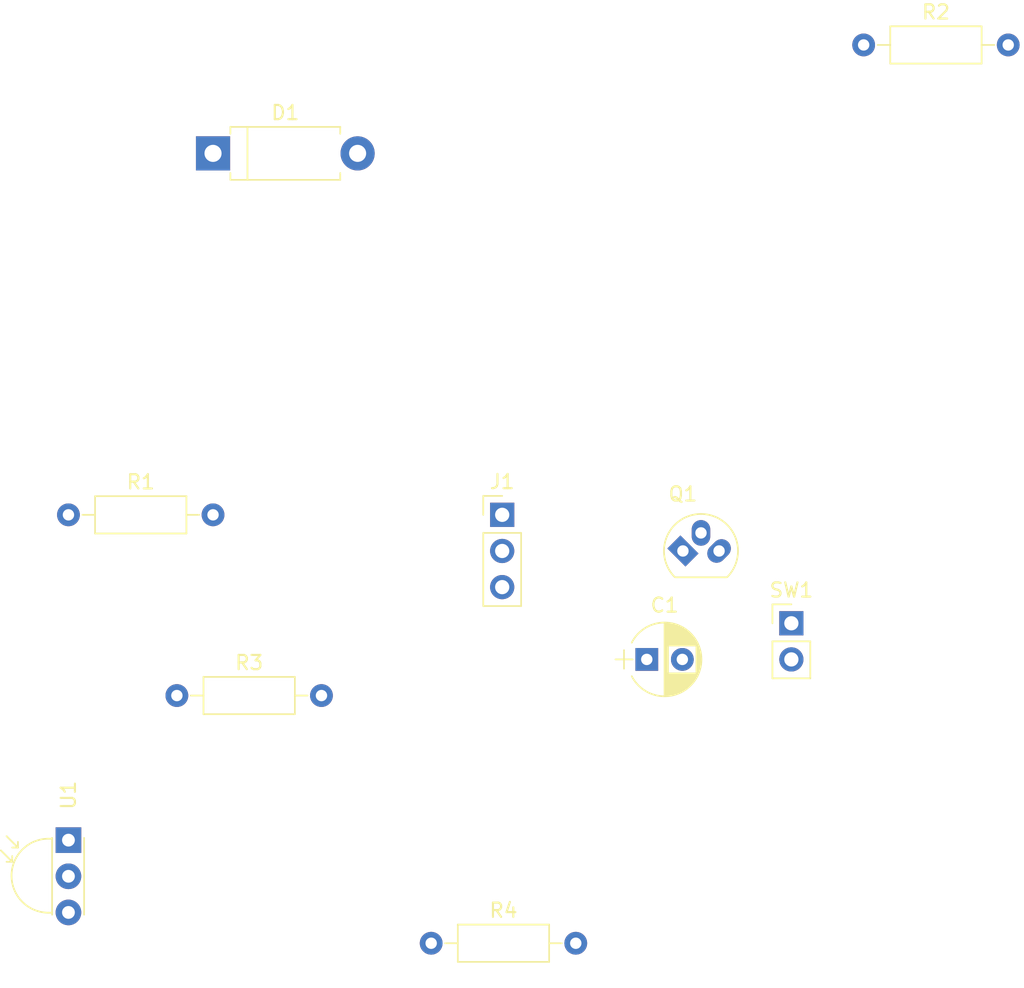
<source format=kicad_pcb>
(kicad_pcb (version 20171130) (host pcbnew "(5.0.1-3-g963ef8bb5)")

  (general
    (thickness 1.6)
    (drawings 0)
    (tracks 0)
    (zones 0)
    (modules 10)
    (nets 9)
  )

  (page A4)
  (layers
    (0 F.Cu signal)
    (31 B.Cu signal)
    (32 B.Adhes user)
    (33 F.Adhes user)
    (34 B.Paste user)
    (35 F.Paste user)
    (36 B.SilkS user)
    (37 F.SilkS user)
    (38 B.Mask user)
    (39 F.Mask user)
    (40 Dwgs.User user)
    (41 Cmts.User user)
    (42 Eco1.User user)
    (43 Eco2.User user)
    (44 Edge.Cuts user)
    (45 Margin user)
    (46 B.CrtYd user)
    (47 F.CrtYd user)
    (48 B.Fab user)
    (49 F.Fab user)
  )

  (setup
    (last_trace_width 0.25)
    (trace_clearance 0.2)
    (zone_clearance 0.508)
    (zone_45_only no)
    (trace_min 0.2)
    (segment_width 0.2)
    (edge_width 0.15)
    (via_size 0.8)
    (via_drill 0.4)
    (via_min_size 0.4)
    (via_min_drill 0.3)
    (uvia_size 0.3)
    (uvia_drill 0.1)
    (uvias_allowed no)
    (uvia_min_size 0.2)
    (uvia_min_drill 0.1)
    (pcb_text_width 0.3)
    (pcb_text_size 1.5 1.5)
    (mod_edge_width 0.15)
    (mod_text_size 1 1)
    (mod_text_width 0.15)
    (pad_size 1.524 1.524)
    (pad_drill 0.762)
    (pad_to_mask_clearance 0.051)
    (solder_mask_min_width 0.25)
    (aux_axis_origin 0 0)
    (visible_elements FFFFFF7F)
    (pcbplotparams
      (layerselection 0x010fc_ffffffff)
      (usegerberextensions false)
      (usegerberattributes false)
      (usegerberadvancedattributes false)
      (creategerberjobfile false)
      (excludeedgelayer true)
      (linewidth 0.100000)
      (plotframeref false)
      (viasonmask false)
      (mode 1)
      (useauxorigin false)
      (hpglpennumber 1)
      (hpglpenspeed 20)
      (hpglpendiameter 15.000000)
      (psnegative false)
      (psa4output false)
      (plotreference true)
      (plotvalue true)
      (plotinvisibletext false)
      (padsonsilk false)
      (subtractmaskfromsilk false)
      (outputformat 1)
      (mirror false)
      (drillshape 1)
      (scaleselection 1)
      (outputdirectory ""))
  )

  (net 0 "")
  (net 1 GND)
  (net 2 +5V)
  (net 3 "Net-(A1-Pad26)")
  (net 4 "Net-(Q1-Pad2)")
  (net 5 "Net-(A1-Pad22)")
  (net 6 "Net-(A1-Pad17)")
  (net 7 "Net-(R3-Pad1)")
  (net 8 "Net-(J1-PadR)")

  (net_class Default "This is the default net class."
    (clearance 0.2)
    (trace_width 0.25)
    (via_dia 0.8)
    (via_drill 0.4)
    (uvia_dia 0.3)
    (uvia_drill 0.1)
    (add_net +5V)
    (add_net GND)
    (add_net "Net-(A1-Pad17)")
    (add_net "Net-(A1-Pad22)")
    (add_net "Net-(A1-Pad26)")
    (add_net "Net-(J1-PadR)")
    (add_net "Net-(Q1-Pad2)")
    (add_net "Net-(R3-Pad1)")
  )

  (module Capacitors_THT:CP_Radial_D5.0mm_P2.50mm (layer F.Cu) (tedit 597BC7C2) (tstamp 5EBA06BA)
    (at 121.92 119.38)
    (descr "CP, Radial series, Radial, pin pitch=2.50mm, , diameter=5mm, Electrolytic Capacitor")
    (tags "CP Radial series Radial pin pitch 2.50mm  diameter 5mm Electrolytic Capacitor")
    (path /5EAB2B71)
    (fp_text reference C1 (at 1.25 -3.81) (layer F.SilkS)
      (effects (font (size 1 1) (thickness 0.15)))
    )
    (fp_text value 4.7u (at 1.25 3.81) (layer F.Fab)
      (effects (font (size 1 1) (thickness 0.15)))
    )
    (fp_text user %R (at 1.25 0) (layer F.Fab)
      (effects (font (size 1 1) (thickness 0.15)))
    )
    (fp_line (start 4.1 -2.85) (end -1.6 -2.85) (layer F.CrtYd) (width 0.05))
    (fp_line (start 4.1 2.85) (end 4.1 -2.85) (layer F.CrtYd) (width 0.05))
    (fp_line (start -1.6 2.85) (end 4.1 2.85) (layer F.CrtYd) (width 0.05))
    (fp_line (start -1.6 -2.85) (end -1.6 2.85) (layer F.CrtYd) (width 0.05))
    (fp_line (start -1.6 -0.65) (end -1.6 0.65) (layer F.SilkS) (width 0.12))
    (fp_line (start -2.2 0) (end -1 0) (layer F.SilkS) (width 0.12))
    (fp_line (start 3.811 -0.354) (end 3.811 0.354) (layer F.SilkS) (width 0.12))
    (fp_line (start 3.771 -0.559) (end 3.771 0.559) (layer F.SilkS) (width 0.12))
    (fp_line (start 3.731 -0.707) (end 3.731 0.707) (layer F.SilkS) (width 0.12))
    (fp_line (start 3.691 -0.829) (end 3.691 0.829) (layer F.SilkS) (width 0.12))
    (fp_line (start 3.651 -0.934) (end 3.651 0.934) (layer F.SilkS) (width 0.12))
    (fp_line (start 3.611 -1.028) (end 3.611 1.028) (layer F.SilkS) (width 0.12))
    (fp_line (start 3.571 -1.112) (end 3.571 1.112) (layer F.SilkS) (width 0.12))
    (fp_line (start 3.531 -1.189) (end 3.531 1.189) (layer F.SilkS) (width 0.12))
    (fp_line (start 3.491 -1.261) (end 3.491 1.261) (layer F.SilkS) (width 0.12))
    (fp_line (start 3.451 0.98) (end 3.451 1.327) (layer F.SilkS) (width 0.12))
    (fp_line (start 3.451 -1.327) (end 3.451 -0.98) (layer F.SilkS) (width 0.12))
    (fp_line (start 3.411 0.98) (end 3.411 1.39) (layer F.SilkS) (width 0.12))
    (fp_line (start 3.411 -1.39) (end 3.411 -0.98) (layer F.SilkS) (width 0.12))
    (fp_line (start 3.371 0.98) (end 3.371 1.448) (layer F.SilkS) (width 0.12))
    (fp_line (start 3.371 -1.448) (end 3.371 -0.98) (layer F.SilkS) (width 0.12))
    (fp_line (start 3.331 0.98) (end 3.331 1.504) (layer F.SilkS) (width 0.12))
    (fp_line (start 3.331 -1.504) (end 3.331 -0.98) (layer F.SilkS) (width 0.12))
    (fp_line (start 3.291 0.98) (end 3.291 1.556) (layer F.SilkS) (width 0.12))
    (fp_line (start 3.291 -1.556) (end 3.291 -0.98) (layer F.SilkS) (width 0.12))
    (fp_line (start 3.251 0.98) (end 3.251 1.606) (layer F.SilkS) (width 0.12))
    (fp_line (start 3.251 -1.606) (end 3.251 -0.98) (layer F.SilkS) (width 0.12))
    (fp_line (start 3.211 0.98) (end 3.211 1.654) (layer F.SilkS) (width 0.12))
    (fp_line (start 3.211 -1.654) (end 3.211 -0.98) (layer F.SilkS) (width 0.12))
    (fp_line (start 3.171 0.98) (end 3.171 1.699) (layer F.SilkS) (width 0.12))
    (fp_line (start 3.171 -1.699) (end 3.171 -0.98) (layer F.SilkS) (width 0.12))
    (fp_line (start 3.131 0.98) (end 3.131 1.742) (layer F.SilkS) (width 0.12))
    (fp_line (start 3.131 -1.742) (end 3.131 -0.98) (layer F.SilkS) (width 0.12))
    (fp_line (start 3.091 0.98) (end 3.091 1.783) (layer F.SilkS) (width 0.12))
    (fp_line (start 3.091 -1.783) (end 3.091 -0.98) (layer F.SilkS) (width 0.12))
    (fp_line (start 3.051 0.98) (end 3.051 1.823) (layer F.SilkS) (width 0.12))
    (fp_line (start 3.051 -1.823) (end 3.051 -0.98) (layer F.SilkS) (width 0.12))
    (fp_line (start 3.011 0.98) (end 3.011 1.861) (layer F.SilkS) (width 0.12))
    (fp_line (start 3.011 -1.861) (end 3.011 -0.98) (layer F.SilkS) (width 0.12))
    (fp_line (start 2.971 0.98) (end 2.971 1.897) (layer F.SilkS) (width 0.12))
    (fp_line (start 2.971 -1.897) (end 2.971 -0.98) (layer F.SilkS) (width 0.12))
    (fp_line (start 2.931 0.98) (end 2.931 1.932) (layer F.SilkS) (width 0.12))
    (fp_line (start 2.931 -1.932) (end 2.931 -0.98) (layer F.SilkS) (width 0.12))
    (fp_line (start 2.891 0.98) (end 2.891 1.965) (layer F.SilkS) (width 0.12))
    (fp_line (start 2.891 -1.965) (end 2.891 -0.98) (layer F.SilkS) (width 0.12))
    (fp_line (start 2.851 0.98) (end 2.851 1.997) (layer F.SilkS) (width 0.12))
    (fp_line (start 2.851 -1.997) (end 2.851 -0.98) (layer F.SilkS) (width 0.12))
    (fp_line (start 2.811 0.98) (end 2.811 2.028) (layer F.SilkS) (width 0.12))
    (fp_line (start 2.811 -2.028) (end 2.811 -0.98) (layer F.SilkS) (width 0.12))
    (fp_line (start 2.771 0.98) (end 2.771 2.058) (layer F.SilkS) (width 0.12))
    (fp_line (start 2.771 -2.058) (end 2.771 -0.98) (layer F.SilkS) (width 0.12))
    (fp_line (start 2.731 0.98) (end 2.731 2.086) (layer F.SilkS) (width 0.12))
    (fp_line (start 2.731 -2.086) (end 2.731 -0.98) (layer F.SilkS) (width 0.12))
    (fp_line (start 2.691 0.98) (end 2.691 2.113) (layer F.SilkS) (width 0.12))
    (fp_line (start 2.691 -2.113) (end 2.691 -0.98) (layer F.SilkS) (width 0.12))
    (fp_line (start 2.651 0.98) (end 2.651 2.14) (layer F.SilkS) (width 0.12))
    (fp_line (start 2.651 -2.14) (end 2.651 -0.98) (layer F.SilkS) (width 0.12))
    (fp_line (start 2.611 0.98) (end 2.611 2.165) (layer F.SilkS) (width 0.12))
    (fp_line (start 2.611 -2.165) (end 2.611 -0.98) (layer F.SilkS) (width 0.12))
    (fp_line (start 2.571 0.98) (end 2.571 2.189) (layer F.SilkS) (width 0.12))
    (fp_line (start 2.571 -2.189) (end 2.571 -0.98) (layer F.SilkS) (width 0.12))
    (fp_line (start 2.531 0.98) (end 2.531 2.212) (layer F.SilkS) (width 0.12))
    (fp_line (start 2.531 -2.212) (end 2.531 -0.98) (layer F.SilkS) (width 0.12))
    (fp_line (start 2.491 0.98) (end 2.491 2.234) (layer F.SilkS) (width 0.12))
    (fp_line (start 2.491 -2.234) (end 2.491 -0.98) (layer F.SilkS) (width 0.12))
    (fp_line (start 2.451 0.98) (end 2.451 2.256) (layer F.SilkS) (width 0.12))
    (fp_line (start 2.451 -2.256) (end 2.451 -0.98) (layer F.SilkS) (width 0.12))
    (fp_line (start 2.411 0.98) (end 2.411 2.276) (layer F.SilkS) (width 0.12))
    (fp_line (start 2.411 -2.276) (end 2.411 -0.98) (layer F.SilkS) (width 0.12))
    (fp_line (start 2.371 0.98) (end 2.371 2.296) (layer F.SilkS) (width 0.12))
    (fp_line (start 2.371 -2.296) (end 2.371 -0.98) (layer F.SilkS) (width 0.12))
    (fp_line (start 2.331 0.98) (end 2.331 2.315) (layer F.SilkS) (width 0.12))
    (fp_line (start 2.331 -2.315) (end 2.331 -0.98) (layer F.SilkS) (width 0.12))
    (fp_line (start 2.291 0.98) (end 2.291 2.333) (layer F.SilkS) (width 0.12))
    (fp_line (start 2.291 -2.333) (end 2.291 -0.98) (layer F.SilkS) (width 0.12))
    (fp_line (start 2.251 0.98) (end 2.251 2.35) (layer F.SilkS) (width 0.12))
    (fp_line (start 2.251 -2.35) (end 2.251 -0.98) (layer F.SilkS) (width 0.12))
    (fp_line (start 2.211 0.98) (end 2.211 2.366) (layer F.SilkS) (width 0.12))
    (fp_line (start 2.211 -2.366) (end 2.211 -0.98) (layer F.SilkS) (width 0.12))
    (fp_line (start 2.171 0.98) (end 2.171 2.382) (layer F.SilkS) (width 0.12))
    (fp_line (start 2.171 -2.382) (end 2.171 -0.98) (layer F.SilkS) (width 0.12))
    (fp_line (start 2.131 0.98) (end 2.131 2.396) (layer F.SilkS) (width 0.12))
    (fp_line (start 2.131 -2.396) (end 2.131 -0.98) (layer F.SilkS) (width 0.12))
    (fp_line (start 2.091 0.98) (end 2.091 2.41) (layer F.SilkS) (width 0.12))
    (fp_line (start 2.091 -2.41) (end 2.091 -0.98) (layer F.SilkS) (width 0.12))
    (fp_line (start 2.051 0.98) (end 2.051 2.424) (layer F.SilkS) (width 0.12))
    (fp_line (start 2.051 -2.424) (end 2.051 -0.98) (layer F.SilkS) (width 0.12))
    (fp_line (start 2.011 0.98) (end 2.011 2.436) (layer F.SilkS) (width 0.12))
    (fp_line (start 2.011 -2.436) (end 2.011 -0.98) (layer F.SilkS) (width 0.12))
    (fp_line (start 1.971 0.98) (end 1.971 2.448) (layer F.SilkS) (width 0.12))
    (fp_line (start 1.971 -2.448) (end 1.971 -0.98) (layer F.SilkS) (width 0.12))
    (fp_line (start 1.93 0.98) (end 1.93 2.46) (layer F.SilkS) (width 0.12))
    (fp_line (start 1.93 -2.46) (end 1.93 -0.98) (layer F.SilkS) (width 0.12))
    (fp_line (start 1.89 0.98) (end 1.89 2.47) (layer F.SilkS) (width 0.12))
    (fp_line (start 1.89 -2.47) (end 1.89 -0.98) (layer F.SilkS) (width 0.12))
    (fp_line (start 1.85 0.98) (end 1.85 2.48) (layer F.SilkS) (width 0.12))
    (fp_line (start 1.85 -2.48) (end 1.85 -0.98) (layer F.SilkS) (width 0.12))
    (fp_line (start 1.81 0.98) (end 1.81 2.489) (layer F.SilkS) (width 0.12))
    (fp_line (start 1.81 -2.489) (end 1.81 -0.98) (layer F.SilkS) (width 0.12))
    (fp_line (start 1.77 0.98) (end 1.77 2.498) (layer F.SilkS) (width 0.12))
    (fp_line (start 1.77 -2.498) (end 1.77 -0.98) (layer F.SilkS) (width 0.12))
    (fp_line (start 1.73 0.98) (end 1.73 2.506) (layer F.SilkS) (width 0.12))
    (fp_line (start 1.73 -2.506) (end 1.73 -0.98) (layer F.SilkS) (width 0.12))
    (fp_line (start 1.69 0.98) (end 1.69 2.513) (layer F.SilkS) (width 0.12))
    (fp_line (start 1.69 -2.513) (end 1.69 -0.98) (layer F.SilkS) (width 0.12))
    (fp_line (start 1.65 0.98) (end 1.65 2.519) (layer F.SilkS) (width 0.12))
    (fp_line (start 1.65 -2.519) (end 1.65 -0.98) (layer F.SilkS) (width 0.12))
    (fp_line (start 1.61 0.98) (end 1.61 2.525) (layer F.SilkS) (width 0.12))
    (fp_line (start 1.61 -2.525) (end 1.61 -0.98) (layer F.SilkS) (width 0.12))
    (fp_line (start 1.57 0.98) (end 1.57 2.531) (layer F.SilkS) (width 0.12))
    (fp_line (start 1.57 -2.531) (end 1.57 -0.98) (layer F.SilkS) (width 0.12))
    (fp_line (start 1.53 0.98) (end 1.53 2.535) (layer F.SilkS) (width 0.12))
    (fp_line (start 1.53 -2.535) (end 1.53 -0.98) (layer F.SilkS) (width 0.12))
    (fp_line (start 1.49 -2.539) (end 1.49 2.539) (layer F.SilkS) (width 0.12))
    (fp_line (start 1.45 -2.543) (end 1.45 2.543) (layer F.SilkS) (width 0.12))
    (fp_line (start 1.41 -2.546) (end 1.41 2.546) (layer F.SilkS) (width 0.12))
    (fp_line (start 1.37 -2.548) (end 1.37 2.548) (layer F.SilkS) (width 0.12))
    (fp_line (start 1.33 -2.549) (end 1.33 2.549) (layer F.SilkS) (width 0.12))
    (fp_line (start 1.29 -2.55) (end 1.29 2.55) (layer F.SilkS) (width 0.12))
    (fp_line (start 1.25 -2.55) (end 1.25 2.55) (layer F.SilkS) (width 0.12))
    (fp_line (start -1.6 -0.65) (end -1.6 0.65) (layer F.Fab) (width 0.1))
    (fp_line (start -2.2 0) (end -1 0) (layer F.Fab) (width 0.1))
    (fp_circle (center 1.25 0) (end 3.75 0) (layer F.Fab) (width 0.1))
    (fp_arc (start 1.25 0) (end 3.55558 -1.18) (angle 54.2) (layer F.SilkS) (width 0.12))
    (fp_arc (start 1.25 0) (end -1.05558 1.18) (angle -125.8) (layer F.SilkS) (width 0.12))
    (fp_arc (start 1.25 0) (end -1.05558 -1.18) (angle 125.8) (layer F.SilkS) (width 0.12))
    (pad 2 thru_hole circle (at 2.5 0) (size 1.6 1.6) (drill 0.8) (layers *.Cu *.Mask)
      (net 1 GND))
    (pad 1 thru_hole rect (at 0 0) (size 1.6 1.6) (drill 0.8) (layers *.Cu *.Mask)
      (net 2 +5V))
    (model ${KISYS3DMOD}/Capacitors_THT.3dshapes/CP_Radial_D5.0mm_P2.50mm.wrl
      (at (xyz 0 0 0))
      (scale (xyz 1 1 1))
      (rotate (xyz 0 0 0))
    )
  )

  (module Diodes_THT:D_DO-15_P10.16mm_Horizontal (layer F.Cu) (tedit 5921392E) (tstamp 5EBA06D3)
    (at 91.44 83.82)
    (descr "D, DO-15 series, Axial, Horizontal, pin pitch=10.16mm, , length*diameter=7.6*3.6mm^2, , http://www.diodes.com/_files/packages/DO-15.pdf")
    (tags "D DO-15 series Axial Horizontal pin pitch 10.16mm  length 7.6mm diameter 3.6mm")
    (path /5EAB401F)
    (fp_text reference D1 (at 5.08 -2.86) (layer F.SilkS)
      (effects (font (size 1 1) (thickness 0.15)))
    )
    (fp_text value "5.1v Zener" (at 5.08 2.86) (layer F.Fab)
      (effects (font (size 1 1) (thickness 0.15)))
    )
    (fp_line (start 11.65 -2.15) (end -1.45 -2.15) (layer F.CrtYd) (width 0.05))
    (fp_line (start 11.65 2.15) (end 11.65 -2.15) (layer F.CrtYd) (width 0.05))
    (fp_line (start -1.45 2.15) (end 11.65 2.15) (layer F.CrtYd) (width 0.05))
    (fp_line (start -1.45 -2.15) (end -1.45 2.15) (layer F.CrtYd) (width 0.05))
    (fp_line (start 2.42 -1.86) (end 2.42 1.86) (layer F.SilkS) (width 0.12))
    (fp_line (start 8.94 1.86) (end 8.94 1.38) (layer F.SilkS) (width 0.12))
    (fp_line (start 1.22 1.86) (end 8.94 1.86) (layer F.SilkS) (width 0.12))
    (fp_line (start 1.22 1.38) (end 1.22 1.86) (layer F.SilkS) (width 0.12))
    (fp_line (start 8.94 -1.86) (end 8.94 -1.38) (layer F.SilkS) (width 0.12))
    (fp_line (start 1.22 -1.86) (end 8.94 -1.86) (layer F.SilkS) (width 0.12))
    (fp_line (start 1.22 -1.38) (end 1.22 -1.86) (layer F.SilkS) (width 0.12))
    (fp_line (start 2.42 -1.8) (end 2.42 1.8) (layer F.Fab) (width 0.1))
    (fp_line (start 10.16 0) (end 8.88 0) (layer F.Fab) (width 0.1))
    (fp_line (start 0 0) (end 1.28 0) (layer F.Fab) (width 0.1))
    (fp_line (start 8.88 -1.8) (end 1.28 -1.8) (layer F.Fab) (width 0.1))
    (fp_line (start 8.88 1.8) (end 8.88 -1.8) (layer F.Fab) (width 0.1))
    (fp_line (start 1.28 1.8) (end 8.88 1.8) (layer F.Fab) (width 0.1))
    (fp_line (start 1.28 -1.8) (end 1.28 1.8) (layer F.Fab) (width 0.1))
    (fp_text user %R (at 5.08 0) (layer F.Fab)
      (effects (font (size 1 1) (thickness 0.15)))
    )
    (pad 2 thru_hole oval (at 10.16 0) (size 2.4 2.4) (drill 1.2) (layers *.Cu *.Mask)
      (net 1 GND))
    (pad 1 thru_hole rect (at 0 0) (size 2.4 2.4) (drill 1.2) (layers *.Cu *.Mask)
      (net 3 "Net-(A1-Pad26)"))
    (model ${KISYS3DMOD}/Diodes_THT.3dshapes/D_DO-15_P10.16mm_Horizontal.wrl
      (at (xyz 0 0 0))
      (scale (xyz 0.393701 0.393701 0.393701))
      (rotate (xyz 0 0 0))
    )
  )

  (module Connector_PinHeader_2.54mm:PinHeader_1x03_P2.54mm_Vertical (layer F.Cu) (tedit 59FED5CC) (tstamp 5EBA06EA)
    (at 111.76 109.22)
    (descr "Through hole straight pin header, 1x03, 2.54mm pitch, single row")
    (tags "Through hole pin header THT 1x03 2.54mm single row")
    (path /5EAB3C63)
    (fp_text reference J1 (at 0 -2.33) (layer F.SilkS)
      (effects (font (size 1 1) (thickness 0.15)))
    )
    (fp_text value "2.5mm jack/plug" (at 0 7.41) (layer F.Fab)
      (effects (font (size 1 1) (thickness 0.15)))
    )
    (fp_line (start -0.635 -1.27) (end 1.27 -1.27) (layer F.Fab) (width 0.1))
    (fp_line (start 1.27 -1.27) (end 1.27 6.35) (layer F.Fab) (width 0.1))
    (fp_line (start 1.27 6.35) (end -1.27 6.35) (layer F.Fab) (width 0.1))
    (fp_line (start -1.27 6.35) (end -1.27 -0.635) (layer F.Fab) (width 0.1))
    (fp_line (start -1.27 -0.635) (end -0.635 -1.27) (layer F.Fab) (width 0.1))
    (fp_line (start -1.33 6.41) (end 1.33 6.41) (layer F.SilkS) (width 0.12))
    (fp_line (start -1.33 1.27) (end -1.33 6.41) (layer F.SilkS) (width 0.12))
    (fp_line (start 1.33 1.27) (end 1.33 6.41) (layer F.SilkS) (width 0.12))
    (fp_line (start -1.33 1.27) (end 1.33 1.27) (layer F.SilkS) (width 0.12))
    (fp_line (start -1.33 0) (end -1.33 -1.33) (layer F.SilkS) (width 0.12))
    (fp_line (start -1.33 -1.33) (end 0 -1.33) (layer F.SilkS) (width 0.12))
    (fp_line (start -1.8 -1.8) (end -1.8 6.85) (layer F.CrtYd) (width 0.05))
    (fp_line (start -1.8 6.85) (end 1.8 6.85) (layer F.CrtYd) (width 0.05))
    (fp_line (start 1.8 6.85) (end 1.8 -1.8) (layer F.CrtYd) (width 0.05))
    (fp_line (start 1.8 -1.8) (end -1.8 -1.8) (layer F.CrtYd) (width 0.05))
    (fp_text user %R (at 0 2.54 90) (layer F.Fab)
      (effects (font (size 1 1) (thickness 0.15)))
    )
    (pad 1 thru_hole rect (at 0 0) (size 1.7 1.7) (drill 1) (layers *.Cu *.Mask))
    (pad 2 thru_hole oval (at 0 2.54) (size 1.7 1.7) (drill 1) (layers *.Cu *.Mask))
    (pad 3 thru_hole oval (at 0 5.08) (size 1.7 1.7) (drill 1) (layers *.Cu *.Mask))
    (model ${KISYS3DMOD}/Connector_PinHeader_2.54mm.3dshapes/PinHeader_1x03_P2.54mm_Vertical.wrl
      (at (xyz 0 0 0))
      (scale (xyz 1 1 1))
      (rotate (xyz 0 0 0))
    )
  )

  (module TO_SOT_Packages_THT:TO-92_Molded_Narrow_Oval (layer F.Cu) (tedit 58CE52AF) (tstamp 5EBA06FC)
    (at 124.46 111.76)
    (descr "TO-92 leads molded, narrow, oval pads, drill 0.8mm (see NXP sot054_po.pdf)")
    (tags "to-92 sc-43 sc-43a sot54 PA33 transistor")
    (path /5EB57DBB)
    (fp_text reference Q1 (at 0 -4) (layer F.SilkS)
      (effects (font (size 1 1) (thickness 0.15)))
    )
    (fp_text value 2N3904/BC547 (at 0 3 180) (layer F.Fab)
      (effects (font (size 1 1) (thickness 0.15)))
    )
    (fp_arc (start 1.27 0) (end 1.27 -2.6) (angle 135) (layer F.SilkS) (width 0.12))
    (fp_arc (start 1.27 0) (end 1.27 -2.48) (angle -135) (layer F.Fab) (width 0.1))
    (fp_arc (start 1.27 0) (end 1.27 -2.6) (angle -135) (layer F.SilkS) (width 0.12))
    (fp_arc (start 1.27 0) (end 1.27 -2.48) (angle 135) (layer F.Fab) (width 0.1))
    (fp_line (start 4 2.01) (end -1.46 2.01) (layer F.CrtYd) (width 0.05))
    (fp_line (start 4 2.01) (end 4 -2.73) (layer F.CrtYd) (width 0.05))
    (fp_line (start -1.46 -2.73) (end -1.46 2.01) (layer F.CrtYd) (width 0.05))
    (fp_line (start -1.46 -2.73) (end 4 -2.73) (layer F.CrtYd) (width 0.05))
    (fp_line (start -0.5 1.75) (end 3 1.75) (layer F.Fab) (width 0.1))
    (fp_line (start -0.53 1.85) (end 3.07 1.85) (layer F.SilkS) (width 0.12))
    (fp_text user %R (at 0 -4) (layer F.Fab)
      (effects (font (size 1 1) (thickness 0.15)))
    )
    (pad 3 thru_hole oval (at 2.54 0 45) (size 1.8 1.3) (drill 0.8) (layers *.Cu *.Mask)
      (net 3 "Net-(A1-Pad26)"))
    (pad 1 thru_hole rect (at 0 0 45) (size 1.3 1.8) (drill 0.8) (layers *.Cu *.Mask)
      (net 1 GND))
    (pad 2 thru_hole oval (at 1.27 -1.27 90) (size 1.8 1.3) (drill 0.8) (layers *.Cu *.Mask)
      (net 4 "Net-(Q1-Pad2)"))
    (model ${KISYS3DMOD}/TO_SOT_Packages_THT.3dshapes/TO-92_Molded_Narrow_Oval.wrl
      (offset (xyz 1.269999980926514 0 0))
      (scale (xyz 1 1 1))
      (rotate (xyz 0 0 -90))
    )
  )

  (module Resistors_THT:R_Axial_DIN0207_L6.3mm_D2.5mm_P10.16mm_Horizontal (layer F.Cu) (tedit 5874F706) (tstamp 5EBA0712)
    (at 81.28 109.22)
    (descr "Resistor, Axial_DIN0207 series, Axial, Horizontal, pin pitch=10.16mm, 0.25W = 1/4W, length*diameter=6.3*2.5mm^2, http://cdn-reichelt.de/documents/datenblatt/B400/1_4W%23YAG.pdf")
    (tags "Resistor Axial_DIN0207 series Axial Horizontal pin pitch 10.16mm 0.25W = 1/4W length 6.3mm diameter 2.5mm")
    (path /5EAB2AB3)
    (fp_text reference R1 (at 5.08 -2.31) (layer F.SilkS)
      (effects (font (size 1 1) (thickness 0.15)))
    )
    (fp_text value 4k7 (at 5.08 2.31) (layer F.Fab)
      (effects (font (size 1 1) (thickness 0.15)))
    )
    (fp_line (start 11.25 -1.6) (end -1.05 -1.6) (layer F.CrtYd) (width 0.05))
    (fp_line (start 11.25 1.6) (end 11.25 -1.6) (layer F.CrtYd) (width 0.05))
    (fp_line (start -1.05 1.6) (end 11.25 1.6) (layer F.CrtYd) (width 0.05))
    (fp_line (start -1.05 -1.6) (end -1.05 1.6) (layer F.CrtYd) (width 0.05))
    (fp_line (start 9.18 0) (end 8.29 0) (layer F.SilkS) (width 0.12))
    (fp_line (start 0.98 0) (end 1.87 0) (layer F.SilkS) (width 0.12))
    (fp_line (start 8.29 -1.31) (end 1.87 -1.31) (layer F.SilkS) (width 0.12))
    (fp_line (start 8.29 1.31) (end 8.29 -1.31) (layer F.SilkS) (width 0.12))
    (fp_line (start 1.87 1.31) (end 8.29 1.31) (layer F.SilkS) (width 0.12))
    (fp_line (start 1.87 -1.31) (end 1.87 1.31) (layer F.SilkS) (width 0.12))
    (fp_line (start 10.16 0) (end 8.23 0) (layer F.Fab) (width 0.1))
    (fp_line (start 0 0) (end 1.93 0) (layer F.Fab) (width 0.1))
    (fp_line (start 8.23 -1.25) (end 1.93 -1.25) (layer F.Fab) (width 0.1))
    (fp_line (start 8.23 1.25) (end 8.23 -1.25) (layer F.Fab) (width 0.1))
    (fp_line (start 1.93 1.25) (end 8.23 1.25) (layer F.Fab) (width 0.1))
    (fp_line (start 1.93 -1.25) (end 1.93 1.25) (layer F.Fab) (width 0.1))
    (pad 2 thru_hole oval (at 10.16 0) (size 1.6 1.6) (drill 0.8) (layers *.Cu *.Mask)
      (net 3 "Net-(A1-Pad26)"))
    (pad 1 thru_hole circle (at 0 0) (size 1.6 1.6) (drill 0.8) (layers *.Cu *.Mask)
      (net 2 +5V))
    (model ${KISYS3DMOD}/Resistors_THT.3dshapes/R_Axial_DIN0207_L6.3mm_D2.5mm_P10.16mm_Horizontal.wrl
      (at (xyz 0 0 0))
      (scale (xyz 0.393701 0.393701 0.393701))
      (rotate (xyz 0 0 0))
    )
  )

  (module Resistors_THT:R_Axial_DIN0207_L6.3mm_D2.5mm_P10.16mm_Horizontal (layer F.Cu) (tedit 5874F706) (tstamp 5EBA0728)
    (at 137.16 76.2)
    (descr "Resistor, Axial_DIN0207 series, Axial, Horizontal, pin pitch=10.16mm, 0.25W = 1/4W, length*diameter=6.3*2.5mm^2, http://cdn-reichelt.de/documents/datenblatt/B400/1_4W%23YAG.pdf")
    (tags "Resistor Axial_DIN0207 series Axial Horizontal pin pitch 10.16mm 0.25W = 1/4W length 6.3mm diameter 2.5mm")
    (path /5EAB683D)
    (fp_text reference R2 (at 5.08 -2.31) (layer F.SilkS)
      (effects (font (size 1 1) (thickness 0.15)))
    )
    (fp_text value 5k6 (at 5.08 2.31) (layer F.Fab)
      (effects (font (size 1 1) (thickness 0.15)))
    )
    (fp_line (start 1.93 -1.25) (end 1.93 1.25) (layer F.Fab) (width 0.1))
    (fp_line (start 1.93 1.25) (end 8.23 1.25) (layer F.Fab) (width 0.1))
    (fp_line (start 8.23 1.25) (end 8.23 -1.25) (layer F.Fab) (width 0.1))
    (fp_line (start 8.23 -1.25) (end 1.93 -1.25) (layer F.Fab) (width 0.1))
    (fp_line (start 0 0) (end 1.93 0) (layer F.Fab) (width 0.1))
    (fp_line (start 10.16 0) (end 8.23 0) (layer F.Fab) (width 0.1))
    (fp_line (start 1.87 -1.31) (end 1.87 1.31) (layer F.SilkS) (width 0.12))
    (fp_line (start 1.87 1.31) (end 8.29 1.31) (layer F.SilkS) (width 0.12))
    (fp_line (start 8.29 1.31) (end 8.29 -1.31) (layer F.SilkS) (width 0.12))
    (fp_line (start 8.29 -1.31) (end 1.87 -1.31) (layer F.SilkS) (width 0.12))
    (fp_line (start 0.98 0) (end 1.87 0) (layer F.SilkS) (width 0.12))
    (fp_line (start 9.18 0) (end 8.29 0) (layer F.SilkS) (width 0.12))
    (fp_line (start -1.05 -1.6) (end -1.05 1.6) (layer F.CrtYd) (width 0.05))
    (fp_line (start -1.05 1.6) (end 11.25 1.6) (layer F.CrtYd) (width 0.05))
    (fp_line (start 11.25 1.6) (end 11.25 -1.6) (layer F.CrtYd) (width 0.05))
    (fp_line (start 11.25 -1.6) (end -1.05 -1.6) (layer F.CrtYd) (width 0.05))
    (pad 1 thru_hole circle (at 0 0) (size 1.6 1.6) (drill 0.8) (layers *.Cu *.Mask)
      (net 4 "Net-(Q1-Pad2)"))
    (pad 2 thru_hole oval (at 10.16 0) (size 1.6 1.6) (drill 0.8) (layers *.Cu *.Mask)
      (net 5 "Net-(A1-Pad22)"))
    (model ${KISYS3DMOD}/Resistors_THT.3dshapes/R_Axial_DIN0207_L6.3mm_D2.5mm_P10.16mm_Horizontal.wrl
      (at (xyz 0 0 0))
      (scale (xyz 0.393701 0.393701 0.393701))
      (rotate (xyz 0 0 0))
    )
  )

  (module Resistors_THT:R_Axial_DIN0207_L6.3mm_D2.5mm_P10.16mm_Horizontal (layer F.Cu) (tedit 5874F706) (tstamp 5EBA073E)
    (at 88.9 121.92)
    (descr "Resistor, Axial_DIN0207 series, Axial, Horizontal, pin pitch=10.16mm, 0.25W = 1/4W, length*diameter=6.3*2.5mm^2, http://cdn-reichelt.de/documents/datenblatt/B400/1_4W%23YAG.pdf")
    (tags "Resistor Axial_DIN0207 series Axial Horizontal pin pitch 10.16mm 0.25W = 1/4W length 6.3mm diameter 2.5mm")
    (path /5EAC1654)
    (fp_text reference R3 (at 5.08 -2.31) (layer F.SilkS)
      (effects (font (size 1 1) (thickness 0.15)))
    )
    (fp_text value 100R (at 5.08 2.31) (layer F.Fab)
      (effects (font (size 1 1) (thickness 0.15)))
    )
    (fp_line (start 11.25 -1.6) (end -1.05 -1.6) (layer F.CrtYd) (width 0.05))
    (fp_line (start 11.25 1.6) (end 11.25 -1.6) (layer F.CrtYd) (width 0.05))
    (fp_line (start -1.05 1.6) (end 11.25 1.6) (layer F.CrtYd) (width 0.05))
    (fp_line (start -1.05 -1.6) (end -1.05 1.6) (layer F.CrtYd) (width 0.05))
    (fp_line (start 9.18 0) (end 8.29 0) (layer F.SilkS) (width 0.12))
    (fp_line (start 0.98 0) (end 1.87 0) (layer F.SilkS) (width 0.12))
    (fp_line (start 8.29 -1.31) (end 1.87 -1.31) (layer F.SilkS) (width 0.12))
    (fp_line (start 8.29 1.31) (end 8.29 -1.31) (layer F.SilkS) (width 0.12))
    (fp_line (start 1.87 1.31) (end 8.29 1.31) (layer F.SilkS) (width 0.12))
    (fp_line (start 1.87 -1.31) (end 1.87 1.31) (layer F.SilkS) (width 0.12))
    (fp_line (start 10.16 0) (end 8.23 0) (layer F.Fab) (width 0.1))
    (fp_line (start 0 0) (end 1.93 0) (layer F.Fab) (width 0.1))
    (fp_line (start 8.23 -1.25) (end 1.93 -1.25) (layer F.Fab) (width 0.1))
    (fp_line (start 8.23 1.25) (end 8.23 -1.25) (layer F.Fab) (width 0.1))
    (fp_line (start 1.93 1.25) (end 8.23 1.25) (layer F.Fab) (width 0.1))
    (fp_line (start 1.93 -1.25) (end 1.93 1.25) (layer F.Fab) (width 0.1))
    (pad 2 thru_hole oval (at 10.16 0) (size 1.6 1.6) (drill 0.8) (layers *.Cu *.Mask)
      (net 6 "Net-(A1-Pad17)"))
    (pad 1 thru_hole circle (at 0 0) (size 1.6 1.6) (drill 0.8) (layers *.Cu *.Mask)
      (net 7 "Net-(R3-Pad1)"))
    (model ${KISYS3DMOD}/Resistors_THT.3dshapes/R_Axial_DIN0207_L6.3mm_D2.5mm_P10.16mm_Horizontal.wrl
      (at (xyz 0 0 0))
      (scale (xyz 0.393701 0.393701 0.393701))
      (rotate (xyz 0 0 0))
    )
  )

  (module Resistors_THT:R_Axial_DIN0207_L6.3mm_D2.5mm_P10.16mm_Horizontal (layer F.Cu) (tedit 5874F706) (tstamp 5EBA0754)
    (at 106.770001 139.325001)
    (descr "Resistor, Axial_DIN0207 series, Axial, Horizontal, pin pitch=10.16mm, 0.25W = 1/4W, length*diameter=6.3*2.5mm^2, http://cdn-reichelt.de/documents/datenblatt/B400/1_4W%23YAG.pdf")
    (tags "Resistor Axial_DIN0207 series Axial Horizontal pin pitch 10.16mm 0.25W = 1/4W length 6.3mm diameter 2.5mm")
    (path /5EAC5505)
    (fp_text reference R4 (at 5.08 -2.31) (layer F.SilkS)
      (effects (font (size 1 1) (thickness 0.15)))
    )
    (fp_text value 12k (at 5.08 2.31) (layer F.Fab)
      (effects (font (size 1 1) (thickness 0.15)))
    )
    (fp_line (start 1.93 -1.25) (end 1.93 1.25) (layer F.Fab) (width 0.1))
    (fp_line (start 1.93 1.25) (end 8.23 1.25) (layer F.Fab) (width 0.1))
    (fp_line (start 8.23 1.25) (end 8.23 -1.25) (layer F.Fab) (width 0.1))
    (fp_line (start 8.23 -1.25) (end 1.93 -1.25) (layer F.Fab) (width 0.1))
    (fp_line (start 0 0) (end 1.93 0) (layer F.Fab) (width 0.1))
    (fp_line (start 10.16 0) (end 8.23 0) (layer F.Fab) (width 0.1))
    (fp_line (start 1.87 -1.31) (end 1.87 1.31) (layer F.SilkS) (width 0.12))
    (fp_line (start 1.87 1.31) (end 8.29 1.31) (layer F.SilkS) (width 0.12))
    (fp_line (start 8.29 1.31) (end 8.29 -1.31) (layer F.SilkS) (width 0.12))
    (fp_line (start 8.29 -1.31) (end 1.87 -1.31) (layer F.SilkS) (width 0.12))
    (fp_line (start 0.98 0) (end 1.87 0) (layer F.SilkS) (width 0.12))
    (fp_line (start 9.18 0) (end 8.29 0) (layer F.SilkS) (width 0.12))
    (fp_line (start -1.05 -1.6) (end -1.05 1.6) (layer F.CrtYd) (width 0.05))
    (fp_line (start -1.05 1.6) (end 11.25 1.6) (layer F.CrtYd) (width 0.05))
    (fp_line (start 11.25 1.6) (end 11.25 -1.6) (layer F.CrtYd) (width 0.05))
    (fp_line (start 11.25 -1.6) (end -1.05 -1.6) (layer F.CrtYd) (width 0.05))
    (pad 1 thru_hole circle (at 0 0) (size 1.6 1.6) (drill 0.8) (layers *.Cu *.Mask)
      (net 7 "Net-(R3-Pad1)"))
    (pad 2 thru_hole oval (at 10.16 0) (size 1.6 1.6) (drill 0.8) (layers *.Cu *.Mask)
      (net 2 +5V))
    (model ${KISYS3DMOD}/Resistors_THT.3dshapes/R_Axial_DIN0207_L6.3mm_D2.5mm_P10.16mm_Horizontal.wrl
      (at (xyz 0 0 0))
      (scale (xyz 0.393701 0.393701 0.393701))
      (rotate (xyz 0 0 0))
    )
  )

  (module Connector_PinHeader_2.54mm:PinHeader_1x02_P2.54mm_Vertical (layer F.Cu) (tedit 59FED5CC) (tstamp 5EBA076A)
    (at 132.08 116.84)
    (descr "Through hole straight pin header, 1x02, 2.54mm pitch, single row")
    (tags "Through hole pin header THT 1x02 2.54mm single row")
    (path /5EAB35F3)
    (fp_text reference SW1 (at 0 -2.33) (layer F.SilkS)
      (effects (font (size 1 1) (thickness 0.15)))
    )
    (fp_text value SW_SPST (at 0 4.87) (layer F.Fab)
      (effects (font (size 1 1) (thickness 0.15)))
    )
    (fp_line (start -0.635 -1.27) (end 1.27 -1.27) (layer F.Fab) (width 0.1))
    (fp_line (start 1.27 -1.27) (end 1.27 3.81) (layer F.Fab) (width 0.1))
    (fp_line (start 1.27 3.81) (end -1.27 3.81) (layer F.Fab) (width 0.1))
    (fp_line (start -1.27 3.81) (end -1.27 -0.635) (layer F.Fab) (width 0.1))
    (fp_line (start -1.27 -0.635) (end -0.635 -1.27) (layer F.Fab) (width 0.1))
    (fp_line (start -1.33 3.87) (end 1.33 3.87) (layer F.SilkS) (width 0.12))
    (fp_line (start -1.33 1.27) (end -1.33 3.87) (layer F.SilkS) (width 0.12))
    (fp_line (start 1.33 1.27) (end 1.33 3.87) (layer F.SilkS) (width 0.12))
    (fp_line (start -1.33 1.27) (end 1.33 1.27) (layer F.SilkS) (width 0.12))
    (fp_line (start -1.33 0) (end -1.33 -1.33) (layer F.SilkS) (width 0.12))
    (fp_line (start -1.33 -1.33) (end 0 -1.33) (layer F.SilkS) (width 0.12))
    (fp_line (start -1.8 -1.8) (end -1.8 4.35) (layer F.CrtYd) (width 0.05))
    (fp_line (start -1.8 4.35) (end 1.8 4.35) (layer F.CrtYd) (width 0.05))
    (fp_line (start 1.8 4.35) (end 1.8 -1.8) (layer F.CrtYd) (width 0.05))
    (fp_line (start 1.8 -1.8) (end -1.8 -1.8) (layer F.CrtYd) (width 0.05))
    (fp_text user %R (at 0 1.27 90) (layer F.Fab)
      (effects (font (size 1 1) (thickness 0.15)))
    )
    (pad 1 thru_hole rect (at 0 0) (size 1.7 1.7) (drill 1) (layers *.Cu *.Mask)
      (net 8 "Net-(J1-PadR)"))
    (pad 2 thru_hole oval (at 0 2.54) (size 1.7 1.7) (drill 1) (layers *.Cu *.Mask)
      (net 2 +5V))
    (model ${KISYS3DMOD}/Connector_PinHeader_2.54mm.3dshapes/PinHeader_1x02_P2.54mm_Vertical.wrl
      (at (xyz 0 0 0))
      (scale (xyz 1 1 1))
      (rotate (xyz 0 0 0))
    )
  )

  (module Opto-Devices:IRReceiver_Vishay_MINIMOLD-3pin (layer F.Cu) (tedit 588BD6F9) (tstamp 5EBA078B)
    (at 81.28 132.08 270)
    (descr "IR Receiver Vishay TSOP-xxxx, MINIMOLD package")
    (tags "IR Receiver Vishay TSOP-xxxx MINIMOLD")
    (path /5EAB2912)
    (fp_text reference U1 (at -3.16 0 90) (layer F.SilkS)
      (effects (font (size 1 1) (thickness 0.15)))
    )
    (fp_text value "IR Rx module" (at 2.54 -2.15 90) (layer F.Fab)
      (effects (font (size 1 1) (thickness 0.15)))
    )
    (fp_arc (start 2.5 1.4) (end 5 1.4) (angle 180) (layer F.Fab) (width 0.1))
    (fp_arc (start 2.5 1.4) (end 5.1 1.4) (angle 180) (layer F.SilkS) (width 0.12))
    (fp_line (start -1.15 -1.3) (end 6.23 -1.3) (layer F.CrtYd) (width 0.05))
    (fp_line (start -1.15 -1.3) (end -1.15 4.15) (layer F.CrtYd) (width 0.05))
    (fp_line (start 6.23 4.15) (end 6.23 -1.3) (layer F.CrtYd) (width 0.05))
    (fp_line (start 6.23 4.15) (end -1.15 4.15) (layer F.CrtYd) (width 0.05))
    (fp_line (start 1.52 3.95) (end 1.12 3.95) (layer F.SilkS) (width 0.12))
    (fp_line (start 1.52 3.95) (end 1.52 4.35) (layer F.SilkS) (width 0.12))
    (fp_line (start 1.52 3.95) (end 0.72 4.75) (layer F.SilkS) (width 0.12))
    (fp_line (start 0.52 3.55) (end -0.28 4.35) (layer F.SilkS) (width 0.12))
    (fp_line (start 0.52 3.55) (end 0.52 3.95) (layer F.SilkS) (width 0.12))
    (fp_line (start 0.52 3.55) (end 0.12 3.55) (layer F.SilkS) (width 0.12))
    (fp_line (start 5.24 -1.1) (end -0.16 -1.1) (layer F.SilkS) (width 0.12))
    (fp_line (start 5.24 1.15) (end -0.16 1.15) (layer F.SilkS) (width 0.12))
    (fp_line (start -0.1 1.4) (end -0.1 1.2) (layer F.SilkS) (width 0.12))
    (fp_line (start 5.1 1.4) (end 5.1 1.2) (layer F.SilkS) (width 0.12))
    (fp_line (start 5 1.1) (end 5 1.4) (layer F.Fab) (width 0.1))
    (fp_line (start 5.3 1.1) (end 5 1.1) (layer F.Fab) (width 0.1))
    (fp_line (start 5.3 -1.05) (end 5.3 1.1) (layer F.Fab) (width 0.1))
    (fp_line (start 5.25 -1.05) (end 5.3 -1.05) (layer F.Fab) (width 0.1))
    (fp_line (start -0.2 -1.05) (end 5.25 -1.05) (layer F.Fab) (width 0.1))
    (fp_line (start -0.2 1.1) (end -0.2 -1.05) (layer F.Fab) (width 0.1))
    (fp_line (start 0 1.1) (end -0.2 1.1) (layer F.Fab) (width 0.1))
    (fp_line (start 0 1.15) (end 0 1.1) (layer F.Fab) (width 0.1))
    (fp_line (start 0 1.4) (end 0 1.15) (layer F.Fab) (width 0.1))
    (fp_line (start 5 1.1) (end 0 1.1) (layer F.Fab) (width 0.1))
    (pad 3 thru_hole circle (at 5.08 0 270) (size 1.8 1.8) (drill 0.9) (layers *.Cu *.Mask)
      (net 1 GND))
    (pad 2 thru_hole circle (at 2.54 0 270) (size 1.8 1.8) (drill 0.9) (layers *.Cu *.Mask)
      (net 2 +5V))
    (pad 1 thru_hole rect (at 0 0 270) (size 1.8 1.8) (drill 0.9) (layers *.Cu *.Mask)
      (net 7 "Net-(R3-Pad1)"))
  )

)

</source>
